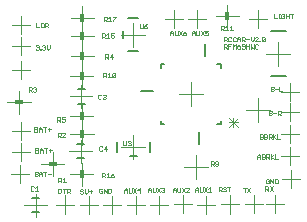
<source format=gto>
G75*
%MOIN*%
%OFA0B0*%
%FSLAX25Y25*%
%IPPOS*%
%LPD*%
%AMOC8*
5,1,8,0,0,1.08239X$1,22.5*
%
%ADD10C,0.00100*%
%ADD11R,0.01800X0.03000*%
%ADD12C,0.00000*%
%ADD13C,0.00600*%
%ADD14R,0.03000X0.01800*%
%ADD15C,0.00800*%
%ADD16C,0.00300*%
D10*
X0035086Y0013566D02*
X0035336Y0013315D01*
X0035836Y0013315D01*
X0036086Y0013566D01*
X0036559Y0013315D02*
X0037560Y0013315D01*
X0037059Y0013315D02*
X0037059Y0014817D01*
X0036559Y0014316D01*
X0036086Y0014566D02*
X0035836Y0014817D01*
X0035336Y0014817D01*
X0035086Y0014566D01*
X0035086Y0013566D01*
X0036340Y0018168D02*
X0037090Y0018168D01*
X0037340Y0018418D01*
X0037340Y0018668D01*
X0037090Y0018918D01*
X0036340Y0018918D01*
X0037090Y0018918D02*
X0037340Y0019169D01*
X0037340Y0019419D01*
X0037090Y0019669D01*
X0036340Y0019669D01*
X0036340Y0018168D01*
X0037813Y0018168D02*
X0037813Y0019169D01*
X0038313Y0019669D01*
X0038814Y0019169D01*
X0038814Y0018168D01*
X0038814Y0018918D02*
X0037813Y0018918D01*
X0039286Y0019669D02*
X0040287Y0019669D01*
X0039787Y0019669D02*
X0039787Y0018168D01*
X0040759Y0018918D02*
X0041760Y0018918D01*
X0044326Y0017700D02*
X0045077Y0017700D01*
X0045327Y0017449D01*
X0045327Y0016949D01*
X0045077Y0016699D01*
X0044326Y0016699D01*
X0044326Y0016198D02*
X0044326Y0017700D01*
X0044827Y0016699D02*
X0045327Y0016198D01*
X0045799Y0016198D02*
X0046800Y0016198D01*
X0046300Y0016198D02*
X0046300Y0017700D01*
X0045799Y0017199D01*
X0045720Y0014006D02*
X0046721Y0014006D01*
X0047193Y0014006D02*
X0047944Y0014006D01*
X0048194Y0013755D01*
X0048194Y0013255D01*
X0047944Y0013005D01*
X0047193Y0013005D01*
X0047693Y0013005D02*
X0048194Y0012504D01*
X0047193Y0012504D02*
X0047193Y0014006D01*
X0046220Y0014006D02*
X0046220Y0012504D01*
X0045247Y0012755D02*
X0045247Y0013755D01*
X0044997Y0014006D01*
X0044246Y0014006D01*
X0044246Y0012504D01*
X0044997Y0012504D01*
X0045247Y0012755D01*
X0051575Y0012581D02*
X0051826Y0012331D01*
X0052326Y0012331D01*
X0052576Y0012581D01*
X0052576Y0012832D01*
X0052326Y0013082D01*
X0051826Y0013082D01*
X0051575Y0013332D01*
X0051575Y0013582D01*
X0051826Y0013832D01*
X0052326Y0013832D01*
X0052576Y0013582D01*
X0053049Y0013832D02*
X0053049Y0012832D01*
X0053549Y0012331D01*
X0054049Y0012832D01*
X0054049Y0013832D01*
X0054522Y0013082D02*
X0055523Y0013082D01*
X0055022Y0013582D02*
X0055022Y0012581D01*
X0057948Y0012755D02*
X0057948Y0013755D01*
X0058198Y0014006D01*
X0058698Y0014006D01*
X0058949Y0013755D01*
X0058949Y0013255D02*
X0058448Y0013255D01*
X0058949Y0013255D02*
X0058949Y0012755D01*
X0058698Y0012504D01*
X0058198Y0012504D01*
X0057948Y0012755D01*
X0059421Y0012504D02*
X0059421Y0014006D01*
X0060422Y0012504D01*
X0060422Y0014006D01*
X0060894Y0014006D02*
X0061645Y0014006D01*
X0061895Y0013755D01*
X0061895Y0012755D01*
X0061645Y0012504D01*
X0060894Y0012504D01*
X0060894Y0014006D01*
X0060881Y0017753D02*
X0060881Y0019254D01*
X0060381Y0018754D01*
X0059908Y0019004D02*
X0059908Y0018503D01*
X0059658Y0018253D01*
X0058907Y0018253D01*
X0058907Y0017753D02*
X0058907Y0019254D01*
X0059658Y0019254D01*
X0059908Y0019004D01*
X0059408Y0018253D02*
X0059908Y0017753D01*
X0060381Y0017753D02*
X0061382Y0017753D01*
X0061854Y0018003D02*
X0062104Y0017753D01*
X0062605Y0017753D01*
X0062855Y0018003D01*
X0062855Y0018253D01*
X0062605Y0018503D01*
X0061854Y0018503D01*
X0061854Y0018003D01*
X0061854Y0018503D02*
X0062354Y0019004D01*
X0062855Y0019254D01*
X0066734Y0014146D02*
X0067234Y0013645D01*
X0067234Y0012645D01*
X0067706Y0012895D02*
X0067957Y0012645D01*
X0068457Y0012645D01*
X0068707Y0012895D01*
X0068707Y0014146D01*
X0069180Y0014146D02*
X0070181Y0012645D01*
X0070653Y0013395D02*
X0071654Y0013395D01*
X0071404Y0012645D02*
X0071404Y0014146D01*
X0070653Y0013395D01*
X0070181Y0014146D02*
X0069180Y0012645D01*
X0067706Y0012895D02*
X0067706Y0014146D01*
X0067234Y0013395D02*
X0066233Y0013395D01*
X0066233Y0013645D02*
X0066734Y0014146D01*
X0066233Y0013645D02*
X0066233Y0012645D01*
X0074222Y0012801D02*
X0074222Y0013802D01*
X0074722Y0014302D01*
X0075223Y0013802D01*
X0075223Y0012801D01*
X0075695Y0013051D02*
X0075945Y0012801D01*
X0076446Y0012801D01*
X0076696Y0013051D01*
X0076696Y0014302D01*
X0077168Y0014302D02*
X0078169Y0012801D01*
X0078642Y0013051D02*
X0078892Y0012801D01*
X0079392Y0012801D01*
X0079642Y0013051D01*
X0079642Y0013302D01*
X0079392Y0013552D01*
X0079142Y0013552D01*
X0079392Y0013552D02*
X0079642Y0013802D01*
X0079642Y0014052D01*
X0079392Y0014302D01*
X0078892Y0014302D01*
X0078642Y0014052D01*
X0078169Y0014302D02*
X0077168Y0012801D01*
X0075695Y0013051D02*
X0075695Y0014302D01*
X0075223Y0013552D02*
X0074222Y0013552D01*
X0082524Y0013552D02*
X0083525Y0013552D01*
X0083525Y0013802D02*
X0083525Y0012801D01*
X0083997Y0013051D02*
X0084247Y0012801D01*
X0084748Y0012801D01*
X0084998Y0013051D01*
X0084998Y0014302D01*
X0085470Y0014302D02*
X0086471Y0012801D01*
X0086944Y0012801D02*
X0087944Y0013802D01*
X0087944Y0014052D01*
X0087694Y0014302D01*
X0087194Y0014302D01*
X0086944Y0014052D01*
X0086471Y0014302D02*
X0085470Y0012801D01*
X0086944Y0012801D02*
X0087944Y0012801D01*
X0089886Y0012958D02*
X0089886Y0013959D01*
X0090386Y0014459D01*
X0090887Y0013959D01*
X0090887Y0012958D01*
X0091359Y0013208D02*
X0091609Y0012958D01*
X0092110Y0012958D01*
X0092360Y0013208D01*
X0092360Y0014459D01*
X0092832Y0014459D02*
X0093833Y0012958D01*
X0094306Y0012958D02*
X0095307Y0012958D01*
X0094806Y0012958D02*
X0094806Y0014459D01*
X0094306Y0013959D01*
X0093833Y0014459D02*
X0092832Y0012958D01*
X0091359Y0013208D02*
X0091359Y0014459D01*
X0090887Y0013709D02*
X0089886Y0013709D01*
X0083997Y0014302D02*
X0083997Y0013051D01*
X0083525Y0013802D02*
X0083024Y0014302D01*
X0082524Y0013802D01*
X0082524Y0012801D01*
X0097718Y0013115D02*
X0097718Y0014616D01*
X0098469Y0014616D01*
X0098719Y0014366D01*
X0098719Y0013865D01*
X0098469Y0013615D01*
X0097718Y0013615D01*
X0098218Y0013615D02*
X0098719Y0013115D01*
X0099191Y0013365D02*
X0099441Y0013115D01*
X0099942Y0013115D01*
X0100192Y0013365D01*
X0100192Y0013615D01*
X0099942Y0013865D01*
X0099441Y0013865D01*
X0099191Y0014115D01*
X0099191Y0014366D01*
X0099441Y0014616D01*
X0099942Y0014616D01*
X0100192Y0014366D01*
X0100664Y0014616D02*
X0101665Y0014616D01*
X0101165Y0014616D02*
X0101165Y0013115D01*
X0105863Y0014302D02*
X0106864Y0014302D01*
X0107337Y0014302D02*
X0108337Y0012801D01*
X0107337Y0012801D02*
X0108337Y0014302D01*
X0106364Y0014302D02*
X0106364Y0012801D01*
X0113225Y0013271D02*
X0113225Y0014773D01*
X0113976Y0014773D01*
X0114226Y0014522D01*
X0114226Y0014022D01*
X0113976Y0013772D01*
X0113225Y0013772D01*
X0113726Y0013772D02*
X0114226Y0013271D01*
X0114699Y0013271D02*
X0115700Y0014773D01*
X0114699Y0014773D02*
X0115700Y0013271D01*
X0115982Y0015738D02*
X0115982Y0017239D01*
X0116455Y0017239D02*
X0117205Y0017239D01*
X0117456Y0016989D01*
X0117456Y0015988D01*
X0117205Y0015738D01*
X0116455Y0015738D01*
X0116455Y0017239D01*
X0114981Y0017239D02*
X0115982Y0015738D01*
X0114981Y0015738D02*
X0114981Y0017239D01*
X0114509Y0016989D02*
X0114259Y0017239D01*
X0113758Y0017239D01*
X0113508Y0016989D01*
X0113508Y0015988D01*
X0113758Y0015738D01*
X0114259Y0015738D01*
X0114509Y0015988D01*
X0114509Y0016489D01*
X0114009Y0016489D01*
X0113600Y0023945D02*
X0113600Y0025446D01*
X0114351Y0025446D01*
X0114601Y0025196D01*
X0114601Y0024695D01*
X0114351Y0024445D01*
X0113600Y0024445D01*
X0113128Y0024445D02*
X0113128Y0024195D01*
X0112878Y0023945D01*
X0112127Y0023945D01*
X0112127Y0025446D01*
X0112878Y0025446D01*
X0113128Y0025196D01*
X0113128Y0024946D01*
X0112878Y0024695D01*
X0112127Y0024695D01*
X0111655Y0024695D02*
X0110654Y0024695D01*
X0110654Y0024946D02*
X0111154Y0025446D01*
X0111655Y0024946D01*
X0111655Y0023945D01*
X0110654Y0023945D02*
X0110654Y0024946D01*
X0112878Y0024695D02*
X0113128Y0024445D01*
X0114101Y0024445D02*
X0114601Y0023945D01*
X0115074Y0023945D02*
X0115074Y0025446D01*
X0115324Y0024695D02*
X0116075Y0023945D01*
X0116547Y0023945D02*
X0117548Y0023945D01*
X0116547Y0023945D02*
X0116547Y0025446D01*
X0116075Y0025446D02*
X0115074Y0024445D01*
X0115368Y0030617D02*
X0114868Y0031118D01*
X0115118Y0031118D02*
X0114367Y0031118D01*
X0113895Y0031118D02*
X0113895Y0030867D01*
X0113645Y0030617D01*
X0112894Y0030617D01*
X0112894Y0032118D01*
X0113645Y0032118D01*
X0113895Y0031868D01*
X0113895Y0031618D01*
X0113645Y0031368D01*
X0112894Y0031368D01*
X0112422Y0031618D02*
X0112171Y0031368D01*
X0111421Y0031368D01*
X0111421Y0032118D02*
X0112171Y0032118D01*
X0112422Y0031868D01*
X0112422Y0031618D01*
X0112171Y0031368D02*
X0112422Y0031118D01*
X0112422Y0030867D01*
X0112171Y0030617D01*
X0111421Y0030617D01*
X0111421Y0032118D01*
X0113645Y0031368D02*
X0113895Y0031118D01*
X0114367Y0030617D02*
X0114367Y0032118D01*
X0115118Y0032118D01*
X0115368Y0031868D01*
X0115368Y0031368D01*
X0115118Y0031118D01*
X0115841Y0031118D02*
X0116841Y0032118D01*
X0117314Y0032118D02*
X0117314Y0030617D01*
X0118315Y0030617D01*
X0116841Y0030617D02*
X0116091Y0031368D01*
X0115841Y0032118D02*
X0115841Y0030617D01*
X0115177Y0038517D02*
X0114427Y0038517D01*
X0114427Y0040019D01*
X0115177Y0040019D01*
X0115427Y0039768D01*
X0115427Y0039518D01*
X0115177Y0039268D01*
X0114427Y0039268D01*
X0115177Y0039268D02*
X0115427Y0039018D01*
X0115427Y0038767D01*
X0115177Y0038517D01*
X0115900Y0039268D02*
X0116901Y0039268D01*
X0117373Y0039018D02*
X0118124Y0039018D01*
X0118374Y0039268D01*
X0118374Y0039768D01*
X0118124Y0040019D01*
X0117373Y0040019D01*
X0117373Y0038517D01*
X0117873Y0039018D02*
X0118374Y0038517D01*
X0117974Y0046481D02*
X0118974Y0046481D01*
X0117974Y0046481D02*
X0117974Y0047983D01*
X0117501Y0047232D02*
X0116500Y0047232D01*
X0116028Y0047482D02*
X0115778Y0047232D01*
X0115027Y0047232D01*
X0115027Y0047983D02*
X0115778Y0047983D01*
X0116028Y0047732D01*
X0116028Y0047482D01*
X0115778Y0047232D02*
X0116028Y0046982D01*
X0116028Y0046732D01*
X0115778Y0046481D01*
X0115027Y0046481D01*
X0115027Y0047983D01*
X0110590Y0060680D02*
X0110090Y0060680D01*
X0109839Y0060931D01*
X0109839Y0061931D01*
X0110090Y0062182D01*
X0110590Y0062182D01*
X0110840Y0061931D01*
X0110840Y0060931D02*
X0110590Y0060680D01*
X0109367Y0060680D02*
X0109367Y0062182D01*
X0108366Y0062182D02*
X0108366Y0060680D01*
X0108867Y0061181D01*
X0109367Y0060680D01*
X0107894Y0060680D02*
X0107894Y0062182D01*
X0107894Y0061431D02*
X0106893Y0061431D01*
X0106420Y0061431D02*
X0105670Y0061431D01*
X0105420Y0061681D01*
X0105420Y0061931D01*
X0105670Y0062182D01*
X0106170Y0062182D01*
X0106420Y0061931D01*
X0106420Y0060931D01*
X0106170Y0060680D01*
X0105670Y0060680D01*
X0105420Y0060931D01*
X0104947Y0060931D02*
X0104947Y0061181D01*
X0104697Y0061431D01*
X0103946Y0061431D01*
X0103946Y0060931D01*
X0104197Y0060680D01*
X0104697Y0060680D01*
X0104947Y0060931D01*
X0104447Y0061931D02*
X0103946Y0061431D01*
X0104447Y0061931D02*
X0104947Y0062182D01*
X0104947Y0063080D02*
X0104947Y0064081D01*
X0104447Y0064582D01*
X0103946Y0064081D01*
X0103946Y0063080D01*
X0103474Y0063331D02*
X0103224Y0063080D01*
X0102723Y0063080D01*
X0102473Y0063331D01*
X0102473Y0064331D01*
X0102723Y0064582D01*
X0103224Y0064582D01*
X0103474Y0064331D01*
X0103946Y0063831D02*
X0104947Y0063831D01*
X0105420Y0063581D02*
X0106170Y0063581D01*
X0106420Y0063831D01*
X0106420Y0064331D01*
X0106170Y0064582D01*
X0105420Y0064582D01*
X0105420Y0063080D01*
X0105920Y0063581D02*
X0106420Y0063080D01*
X0106893Y0063831D02*
X0107894Y0063831D01*
X0108366Y0063581D02*
X0108867Y0063080D01*
X0109367Y0063581D01*
X0109367Y0064582D01*
X0109839Y0064331D02*
X0110090Y0064582D01*
X0110590Y0064582D01*
X0110840Y0064331D01*
X0110840Y0064081D01*
X0109839Y0063080D01*
X0110840Y0063080D01*
X0111313Y0063080D02*
X0111563Y0063080D01*
X0111563Y0063331D01*
X0111313Y0063331D01*
X0111313Y0063080D01*
X0112049Y0063331D02*
X0113050Y0064331D01*
X0113050Y0063331D01*
X0112800Y0063080D01*
X0112299Y0063080D01*
X0112049Y0063331D01*
X0112049Y0064331D01*
X0112299Y0064582D01*
X0112800Y0064582D01*
X0113050Y0064331D01*
X0108366Y0064582D02*
X0108366Y0063581D01*
X0106893Y0062182D02*
X0106893Y0060680D01*
X0103474Y0060680D02*
X0103474Y0062182D01*
X0102974Y0061681D01*
X0102473Y0062182D01*
X0102473Y0060680D01*
X0101500Y0061431D02*
X0101000Y0061431D01*
X0100527Y0061431D02*
X0100277Y0061181D01*
X0099527Y0061181D01*
X0100027Y0061181D02*
X0100527Y0060680D01*
X0101000Y0060680D02*
X0101000Y0062182D01*
X0102001Y0062182D01*
X0101750Y0063080D02*
X0102001Y0063331D01*
X0101750Y0063080D02*
X0101250Y0063080D01*
X0101000Y0063331D01*
X0101000Y0064331D01*
X0101250Y0064582D01*
X0101750Y0064582D01*
X0102001Y0064331D01*
X0100527Y0064331D02*
X0100527Y0063831D01*
X0100277Y0063581D01*
X0099527Y0063581D01*
X0100027Y0063581D02*
X0100527Y0063080D01*
X0100277Y0062182D02*
X0100527Y0061931D01*
X0100527Y0061431D01*
X0100277Y0062182D02*
X0099527Y0062182D01*
X0099527Y0060680D01*
X0099527Y0063080D02*
X0099527Y0064582D01*
X0100277Y0064582D01*
X0100527Y0064331D01*
X0100452Y0066874D02*
X0100452Y0068376D01*
X0099952Y0067875D01*
X0099480Y0067625D02*
X0099229Y0067375D01*
X0098479Y0067375D01*
X0098979Y0067375D02*
X0099480Y0066874D01*
X0099952Y0066874D02*
X0100953Y0066874D01*
X0101425Y0066874D02*
X0102426Y0066874D01*
X0101926Y0066874D02*
X0101926Y0068376D01*
X0101425Y0067875D01*
X0099480Y0068125D02*
X0099480Y0067625D01*
X0099480Y0068125D02*
X0099229Y0068376D01*
X0098479Y0068376D01*
X0098479Y0066874D01*
X0094184Y0066553D02*
X0093183Y0066553D01*
X0093183Y0065802D01*
X0093683Y0066052D01*
X0093933Y0066052D01*
X0094184Y0065802D01*
X0094184Y0065302D01*
X0093933Y0065051D01*
X0093433Y0065051D01*
X0093183Y0065302D01*
X0092710Y0065051D02*
X0091710Y0066553D01*
X0091237Y0066553D02*
X0091237Y0065302D01*
X0090987Y0065051D01*
X0090487Y0065051D01*
X0090236Y0065302D01*
X0090236Y0066553D01*
X0089764Y0066052D02*
X0089764Y0065051D01*
X0089764Y0065802D02*
X0088763Y0065802D01*
X0088763Y0066052D02*
X0089263Y0066553D01*
X0089764Y0066052D01*
X0088763Y0066052D02*
X0088763Y0065051D01*
X0086984Y0065302D02*
X0086984Y0065552D01*
X0086733Y0065802D01*
X0085983Y0065802D01*
X0085983Y0065302D01*
X0086233Y0065051D01*
X0086733Y0065051D01*
X0086984Y0065302D01*
X0086483Y0066302D02*
X0085983Y0065802D01*
X0086483Y0066302D02*
X0086984Y0066553D01*
X0085510Y0066553D02*
X0084510Y0065051D01*
X0084037Y0065302D02*
X0084037Y0066553D01*
X0084510Y0066553D02*
X0085510Y0065051D01*
X0084037Y0065302D02*
X0083787Y0065051D01*
X0083287Y0065051D01*
X0083036Y0065302D01*
X0083036Y0066553D01*
X0082564Y0066052D02*
X0082564Y0065051D01*
X0082564Y0065802D02*
X0081563Y0065802D01*
X0081563Y0066052D02*
X0082063Y0066553D01*
X0082564Y0066052D01*
X0081563Y0066052D02*
X0081563Y0065051D01*
X0073837Y0067702D02*
X0073837Y0067952D01*
X0073587Y0068202D01*
X0072836Y0068202D01*
X0072836Y0067702D01*
X0073087Y0067451D01*
X0073587Y0067451D01*
X0073837Y0067702D01*
X0073337Y0068702D02*
X0073837Y0068953D01*
X0073337Y0068702D02*
X0072836Y0068202D01*
X0072364Y0067702D02*
X0072364Y0068953D01*
X0071363Y0068953D02*
X0071363Y0067702D01*
X0071613Y0067451D01*
X0072114Y0067451D01*
X0072364Y0067702D01*
X0063348Y0071082D02*
X0062347Y0070082D01*
X0062347Y0069831D01*
X0061874Y0069831D02*
X0060874Y0069831D01*
X0060401Y0069831D02*
X0059901Y0070332D01*
X0060151Y0070332D02*
X0059400Y0070332D01*
X0059400Y0069831D02*
X0059400Y0071333D01*
X0060151Y0071333D01*
X0060401Y0071082D01*
X0060401Y0070582D01*
X0060151Y0070332D01*
X0060874Y0070832D02*
X0061374Y0071333D01*
X0061374Y0069831D01*
X0062347Y0071333D02*
X0063348Y0071333D01*
X0063348Y0071082D01*
X0062807Y0065712D02*
X0061806Y0065712D01*
X0061806Y0064961D01*
X0062306Y0065211D01*
X0062557Y0065211D01*
X0062807Y0064961D01*
X0062807Y0064461D01*
X0062557Y0064210D01*
X0062056Y0064210D01*
X0061806Y0064461D01*
X0061334Y0064210D02*
X0060333Y0064210D01*
X0059860Y0064210D02*
X0059360Y0064711D01*
X0059610Y0064711D02*
X0058859Y0064711D01*
X0058859Y0064210D02*
X0058859Y0065712D01*
X0059610Y0065712D01*
X0059860Y0065462D01*
X0059860Y0064961D01*
X0059610Y0064711D01*
X0060333Y0065211D02*
X0060833Y0065712D01*
X0060833Y0064210D01*
X0060751Y0058727D02*
X0061001Y0058476D01*
X0061001Y0057976D01*
X0060751Y0057726D01*
X0060000Y0057726D01*
X0060000Y0057225D02*
X0060000Y0058727D01*
X0060751Y0058727D01*
X0060501Y0057726D02*
X0061001Y0057225D01*
X0061474Y0057976D02*
X0062474Y0057976D01*
X0062224Y0057225D02*
X0062224Y0058727D01*
X0061474Y0057976D01*
X0061295Y0052625D02*
X0061295Y0051123D01*
X0060795Y0051123D02*
X0061796Y0051123D01*
X0062268Y0051374D02*
X0063269Y0052374D01*
X0063269Y0051374D01*
X0063019Y0051123D01*
X0062518Y0051123D01*
X0062268Y0051374D01*
X0062268Y0052374D01*
X0062518Y0052625D01*
X0063019Y0052625D01*
X0063269Y0052374D01*
X0061295Y0052625D02*
X0060795Y0052124D01*
X0060322Y0051874D02*
X0060072Y0051624D01*
X0059321Y0051624D01*
X0059321Y0051123D02*
X0059321Y0052625D01*
X0060072Y0052625D01*
X0060322Y0052374D01*
X0060322Y0051874D01*
X0059822Y0051624D02*
X0060322Y0051123D01*
X0059804Y0045332D02*
X0060054Y0045082D01*
X0060054Y0044831D01*
X0059804Y0044581D01*
X0060054Y0044331D01*
X0060054Y0044081D01*
X0059804Y0043831D01*
X0059304Y0043831D01*
X0059053Y0044081D01*
X0058581Y0044081D02*
X0058331Y0043831D01*
X0057830Y0043831D01*
X0057580Y0044081D01*
X0057580Y0045082D01*
X0057830Y0045332D01*
X0058331Y0045332D01*
X0058581Y0045082D01*
X0059053Y0045082D02*
X0059304Y0045332D01*
X0059804Y0045332D01*
X0059804Y0044581D02*
X0059554Y0044581D01*
X0046405Y0037821D02*
X0045404Y0037821D01*
X0045404Y0037070D01*
X0045905Y0037320D01*
X0046155Y0037320D01*
X0046405Y0037070D01*
X0046405Y0036570D01*
X0046155Y0036320D01*
X0045654Y0036320D01*
X0045404Y0036570D01*
X0044932Y0036320D02*
X0044431Y0036820D01*
X0044682Y0036820D02*
X0043931Y0036820D01*
X0043931Y0036320D02*
X0043931Y0037821D01*
X0044682Y0037821D01*
X0044932Y0037571D01*
X0044932Y0037070D01*
X0044682Y0036820D01*
X0044829Y0032652D02*
X0045079Y0032401D01*
X0045079Y0031901D01*
X0044829Y0031651D01*
X0044078Y0031651D01*
X0044578Y0031651D02*
X0045079Y0031150D01*
X0045551Y0031150D02*
X0046552Y0032151D01*
X0046552Y0032401D01*
X0046302Y0032652D01*
X0045801Y0032652D01*
X0045551Y0032401D01*
X0044829Y0032652D02*
X0044078Y0032652D01*
X0044078Y0031150D01*
X0045551Y0031150D02*
X0046552Y0031150D01*
X0041704Y0033732D02*
X0040703Y0033732D01*
X0041204Y0033232D02*
X0041204Y0034233D01*
X0040231Y0034483D02*
X0039230Y0034483D01*
X0039730Y0034483D02*
X0039730Y0032982D01*
X0038758Y0032982D02*
X0038758Y0033982D01*
X0038257Y0034483D01*
X0037757Y0033982D01*
X0037757Y0032982D01*
X0037284Y0033232D02*
X0037034Y0032982D01*
X0036283Y0032982D01*
X0036283Y0034483D01*
X0037034Y0034483D01*
X0037284Y0034233D01*
X0037284Y0033982D01*
X0037034Y0033732D01*
X0036283Y0033732D01*
X0037034Y0033732D02*
X0037284Y0033482D01*
X0037284Y0033232D01*
X0037757Y0033732D02*
X0038758Y0033732D01*
X0038616Y0027473D02*
X0039116Y0026972D01*
X0039116Y0025971D01*
X0039116Y0026722D02*
X0038115Y0026722D01*
X0038115Y0026972D02*
X0038616Y0027473D01*
X0038115Y0026972D02*
X0038115Y0025971D01*
X0037643Y0026221D02*
X0037393Y0025971D01*
X0036642Y0025971D01*
X0036642Y0027473D01*
X0037393Y0027473D01*
X0037643Y0027222D01*
X0037643Y0026972D01*
X0037393Y0026722D01*
X0036642Y0026722D01*
X0037393Y0026722D02*
X0037643Y0026472D01*
X0037643Y0026221D01*
X0039588Y0027473D02*
X0040589Y0027473D01*
X0040089Y0027473D02*
X0040089Y0025971D01*
X0041062Y0026722D02*
X0042062Y0026722D01*
X0041562Y0027222D02*
X0041562Y0026221D01*
X0057955Y0026826D02*
X0058205Y0026576D01*
X0058706Y0026576D01*
X0058956Y0026826D01*
X0059428Y0027327D02*
X0060429Y0027327D01*
X0060179Y0028077D02*
X0059428Y0027327D01*
X0058956Y0027827D02*
X0058706Y0028077D01*
X0058205Y0028077D01*
X0057955Y0027827D01*
X0057955Y0026826D01*
X0060179Y0026576D02*
X0060179Y0028077D01*
X0065876Y0028665D02*
X0066126Y0028414D01*
X0066626Y0028414D01*
X0066876Y0028665D01*
X0066876Y0029916D01*
X0067349Y0029665D02*
X0067599Y0029916D01*
X0068100Y0029916D01*
X0068350Y0029665D01*
X0068350Y0029415D01*
X0068100Y0029165D01*
X0068350Y0028915D01*
X0068350Y0028665D01*
X0068100Y0028414D01*
X0067599Y0028414D01*
X0067349Y0028665D01*
X0067849Y0029165D02*
X0068100Y0029165D01*
X0065876Y0028665D02*
X0065876Y0029916D01*
X0095018Y0023070D02*
X0095018Y0021569D01*
X0095018Y0022069D02*
X0095768Y0022069D01*
X0096019Y0022320D01*
X0096019Y0022820D01*
X0095768Y0023070D01*
X0095018Y0023070D01*
X0095518Y0022069D02*
X0096019Y0021569D01*
X0096491Y0021819D02*
X0096741Y0021569D01*
X0097242Y0021569D01*
X0097492Y0021819D01*
X0097492Y0022820D01*
X0097242Y0023070D01*
X0096741Y0023070D01*
X0096491Y0022820D01*
X0096491Y0022570D01*
X0096741Y0022320D01*
X0097492Y0022320D01*
X0041356Y0060856D02*
X0041356Y0061857D01*
X0041356Y0060856D02*
X0040856Y0060356D01*
X0040355Y0060856D01*
X0040355Y0061857D01*
X0039883Y0061607D02*
X0039883Y0061357D01*
X0039633Y0061107D01*
X0039883Y0060856D01*
X0039883Y0060606D01*
X0039633Y0060356D01*
X0039132Y0060356D01*
X0038882Y0060606D01*
X0038396Y0060606D02*
X0038396Y0060356D01*
X0038145Y0060356D01*
X0038145Y0060606D01*
X0038396Y0060606D01*
X0037673Y0060606D02*
X0037423Y0060356D01*
X0036922Y0060356D01*
X0036672Y0060606D01*
X0037172Y0061107D02*
X0037423Y0061107D01*
X0037673Y0060856D01*
X0037673Y0060606D01*
X0037423Y0061107D02*
X0037673Y0061357D01*
X0037673Y0061607D01*
X0037423Y0061857D01*
X0036922Y0061857D01*
X0036672Y0061607D01*
X0038882Y0061607D02*
X0039132Y0061857D01*
X0039633Y0061857D01*
X0039883Y0061607D01*
X0039633Y0061107D02*
X0039382Y0061107D01*
X0039157Y0067767D02*
X0039408Y0068017D01*
X0039408Y0069018D01*
X0039157Y0069268D01*
X0038407Y0069268D01*
X0038407Y0067767D01*
X0039157Y0067767D01*
X0039880Y0067767D02*
X0039880Y0069268D01*
X0040631Y0069268D01*
X0040881Y0069018D01*
X0040881Y0068517D01*
X0040631Y0068267D01*
X0039880Y0068267D01*
X0040380Y0068267D02*
X0040881Y0067767D01*
X0037934Y0067767D02*
X0036933Y0067767D01*
X0036933Y0069268D01*
X0036667Y0047799D02*
X0036918Y0047548D01*
X0036918Y0047298D01*
X0036667Y0047048D01*
X0036918Y0046798D01*
X0036918Y0046548D01*
X0036667Y0046297D01*
X0036167Y0046297D01*
X0035917Y0046548D01*
X0035444Y0046297D02*
X0034944Y0046798D01*
X0035194Y0046798D02*
X0034444Y0046798D01*
X0034444Y0046297D02*
X0034444Y0047799D01*
X0035194Y0047799D01*
X0035444Y0047548D01*
X0035444Y0047048D01*
X0035194Y0046798D01*
X0035917Y0047548D02*
X0036167Y0047799D01*
X0036667Y0047799D01*
X0036667Y0047048D02*
X0036417Y0047048D01*
X0091710Y0065051D02*
X0092710Y0066553D01*
X0116207Y0070768D02*
X0117208Y0070768D01*
X0117680Y0070768D02*
X0118180Y0070768D01*
X0117930Y0070768D02*
X0117930Y0072269D01*
X0117680Y0072269D02*
X0118180Y0072269D01*
X0118662Y0072019D02*
X0118662Y0071018D01*
X0118912Y0070768D01*
X0119413Y0070768D01*
X0119663Y0071018D01*
X0119663Y0071518D01*
X0119163Y0071518D01*
X0119663Y0072019D02*
X0119413Y0072269D01*
X0118912Y0072269D01*
X0118662Y0072019D01*
X0120135Y0072269D02*
X0120135Y0070768D01*
X0120135Y0071518D02*
X0121136Y0071518D01*
X0121136Y0070768D02*
X0121136Y0072269D01*
X0121609Y0072269D02*
X0122610Y0072269D01*
X0122109Y0072269D02*
X0122109Y0070768D01*
X0116207Y0070768D02*
X0116207Y0072269D01*
D11*
X0100626Y0071406D03*
X0052271Y0070984D03*
X0052333Y0064788D03*
X0052309Y0058264D03*
X0052103Y0051671D03*
X0052070Y0038367D03*
X0052162Y0032345D03*
X0052042Y0018783D03*
D12*
X0034439Y0018895D02*
X0028432Y0018895D01*
X0031435Y0015892D02*
X0031435Y0021898D01*
X0031823Y0023225D02*
X0031823Y0029232D01*
X0031862Y0030202D02*
X0031862Y0036208D01*
X0031156Y0038863D02*
X0031156Y0046618D01*
X0031827Y0050705D02*
X0031827Y0056711D01*
X0031727Y0058469D02*
X0031727Y0064476D01*
X0031733Y0065664D02*
X0031733Y0071670D01*
X0028730Y0068667D02*
X0034736Y0068667D01*
X0034731Y0061472D02*
X0028724Y0061472D01*
X0028823Y0053708D02*
X0034830Y0053708D01*
X0035034Y0042740D02*
X0027278Y0042740D01*
X0028859Y0033205D02*
X0034865Y0033205D01*
X0034827Y0026229D02*
X0028820Y0026229D01*
X0038564Y0022176D02*
X0046320Y0022176D01*
X0048164Y0018783D02*
X0055920Y0018783D01*
X0052042Y0014906D02*
X0052042Y0022661D01*
X0051775Y0022671D02*
X0051775Y0030216D01*
X0052162Y0028467D02*
X0052162Y0036223D01*
X0052070Y0034489D02*
X0052070Y0042245D01*
X0051894Y0040954D02*
X0051894Y0048500D01*
X0052103Y0047794D02*
X0052103Y0055549D01*
X0052309Y0054386D02*
X0052309Y0062142D01*
X0052333Y0060910D02*
X0052333Y0068666D01*
X0052271Y0067106D02*
X0052271Y0074861D01*
X0048393Y0070984D02*
X0056149Y0070984D01*
X0056210Y0064788D02*
X0048455Y0064788D01*
X0048431Y0058264D02*
X0056187Y0058264D01*
X0055980Y0051671D02*
X0048225Y0051671D01*
X0048122Y0044727D02*
X0055667Y0044727D01*
X0055948Y0038367D02*
X0048193Y0038367D01*
X0048284Y0032345D02*
X0056039Y0032345D01*
X0055548Y0026443D02*
X0048002Y0026443D01*
X0042442Y0026054D02*
X0042442Y0018298D01*
X0046560Y0011715D02*
X0046560Y0005708D01*
X0049563Y0008711D02*
X0043556Y0008711D01*
X0040526Y0008420D02*
X0032981Y0008420D01*
X0036753Y0012192D02*
X0036753Y0004647D01*
X0051545Y0008607D02*
X0057552Y0008607D01*
X0059176Y0008652D02*
X0065182Y0008652D01*
X0067147Y0008605D02*
X0073153Y0008605D01*
X0074975Y0008605D02*
X0080982Y0008605D01*
X0082673Y0008735D02*
X0088680Y0008735D01*
X0090575Y0008680D02*
X0096582Y0008680D01*
X0098524Y0008712D02*
X0104530Y0008712D01*
X0106599Y0008816D02*
X0112606Y0008816D01*
X0113599Y0008753D02*
X0119606Y0008753D01*
X0116603Y0011756D02*
X0116603Y0005749D01*
X0109603Y0005813D02*
X0109603Y0011819D01*
X0101527Y0011715D02*
X0101527Y0005708D01*
X0093578Y0005676D02*
X0093578Y0011683D01*
X0090252Y0017178D02*
X0090252Y0025178D01*
X0086252Y0021178D02*
X0094252Y0021178D01*
X0085676Y0011738D02*
X0085676Y0005732D01*
X0077978Y0005602D02*
X0077978Y0011608D01*
X0070150Y0011608D02*
X0070150Y0005602D01*
X0062179Y0005649D02*
X0062179Y0011655D01*
X0054548Y0011610D02*
X0054548Y0005603D01*
X0069294Y0023994D02*
X0069294Y0031994D01*
X0065294Y0027994D02*
X0073294Y0027994D01*
X0088388Y0041467D02*
X0088388Y0049467D01*
X0084388Y0045467D02*
X0092388Y0045467D01*
X0106740Y0040159D02*
X0114740Y0040159D01*
X0118547Y0039414D02*
X0124553Y0039414D01*
X0121550Y0036411D02*
X0121550Y0042417D01*
X0121550Y0043140D02*
X0121550Y0049147D01*
X0118547Y0046143D02*
X0124553Y0046143D01*
X0117550Y0055021D02*
X0117550Y0063021D01*
X0113550Y0059021D02*
X0121550Y0059021D01*
X0110761Y0067532D02*
X0110761Y0073539D01*
X0107758Y0070535D02*
X0113764Y0070535D01*
X0104503Y0071406D02*
X0096748Y0071406D01*
X0093482Y0070530D02*
X0087476Y0070530D01*
X0085982Y0070530D02*
X0079976Y0070530D01*
X0082979Y0067527D02*
X0082979Y0073534D01*
X0090479Y0073534D02*
X0090479Y0067527D01*
X0100626Y0067528D02*
X0100626Y0075284D01*
X0073131Y0065344D02*
X0065131Y0065344D01*
X0069131Y0061344D02*
X0069131Y0069344D01*
X0110740Y0044159D02*
X0110740Y0036159D01*
X0118547Y0032146D02*
X0124553Y0032146D01*
X0121550Y0029143D02*
X0121550Y0035149D01*
X0121514Y0027821D02*
X0121514Y0021815D01*
X0121811Y0020331D02*
X0121811Y0014324D01*
X0124814Y0017327D02*
X0118807Y0017327D01*
X0118511Y0024818D02*
X0124517Y0024818D01*
D13*
X0098388Y0035467D02*
X0098388Y0036667D01*
X0098388Y0035467D02*
X0097188Y0035467D01*
X0091288Y0032867D02*
X0091288Y0028867D01*
X0079588Y0035467D02*
X0078388Y0035467D01*
X0078388Y0036667D01*
X0075788Y0046467D02*
X0071788Y0046467D01*
X0078388Y0054267D02*
X0078388Y0055467D01*
X0079588Y0055467D01*
X0093288Y0058067D02*
X0093288Y0062067D01*
X0097188Y0055467D02*
X0098388Y0055467D01*
X0098388Y0054267D01*
X0053075Y0047089D02*
X0050713Y0047089D01*
X0050713Y0042365D02*
X0053075Y0042365D01*
X0052956Y0028806D02*
X0050594Y0028806D01*
X0050594Y0024081D02*
X0052956Y0024081D01*
X0037934Y0010782D02*
X0035572Y0010782D01*
X0035572Y0006058D02*
X0037934Y0006058D01*
D14*
X0042442Y0022176D03*
X0031156Y0042740D03*
D15*
X0063694Y0029685D02*
X0063694Y0026304D01*
X0068237Y0024804D02*
X0070350Y0024804D01*
X0074894Y0026304D02*
X0074894Y0029685D01*
X0070822Y0059744D02*
X0067441Y0059744D01*
X0065941Y0064288D02*
X0065941Y0066401D01*
X0067441Y0070944D02*
X0070822Y0070944D01*
X0115031Y0066418D02*
X0120149Y0066418D01*
X0120149Y0051655D02*
X0115031Y0051655D01*
D16*
X0104238Y0037633D02*
X0101102Y0034497D01*
X0101102Y0036065D02*
X0104238Y0036065D01*
X0104238Y0034497D02*
X0101102Y0037633D01*
X0102670Y0037633D02*
X0102670Y0034497D01*
M02*

</source>
